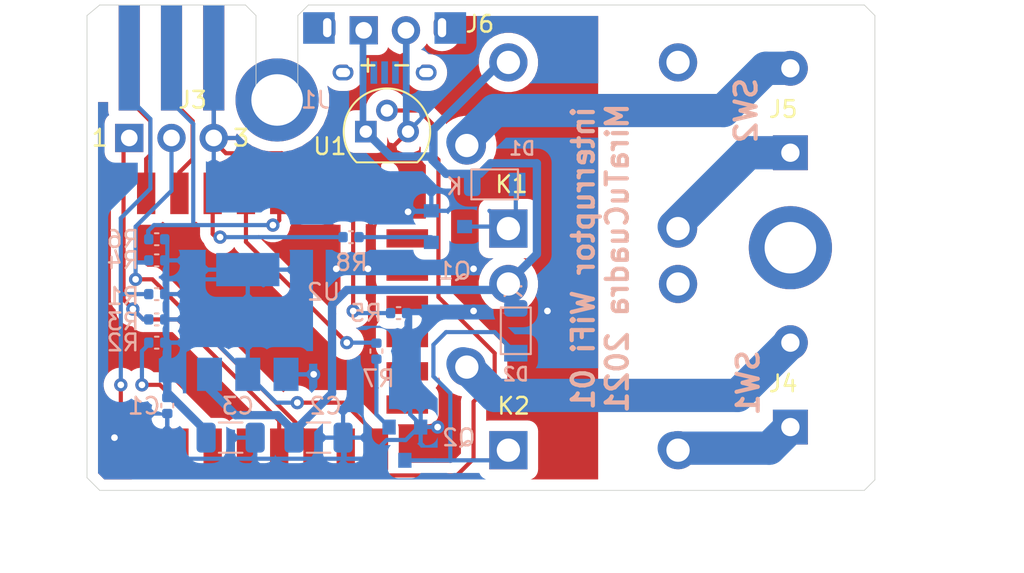
<source format=kicad_pcb>
(kicad_pcb (version 20221018) (generator pcbnew)
  (layers (0 "F.Cu" signal) (31 "B.Cu" signal) (34 "B.Paste" user) (35 "F.Paste" user) (36 "B.SilkS" user "B.Silkscreen") (37 "F.SilkS" user "F.Silkscreen") (38 "B.Mask" user) (39 "F.Mask" user) (44 "Edge.Cuts" user))
  (net 0 "")
  (net 1 "+3V3")
  (net 2 "GND")
  (net 3 "Net-(J1-Pad4)")
  (net 4 "Net-(J1-Pad3)")
  (net 5 "Net-(J1-Pad2)")
  (net 6 "+5V")
  (net 7 "Net-(J4-Pad1)")
  (net 8 "Net-(J4-Pad2)")
  (net 9 "Net-(K1-Pad4)")
  (net 10 "Net-(K2-Pad4)")
  (net 11 "Net-(Q1-Pad1)")
  (net 12 "Net-(Q2-Pad1)")
  (net 13 "Net-(R2-Pad1)")
  (net 14 "Net-(R5-Pad1)")
  (net 15 "Net-(U1-Pad2)")
  (net 16 "Net-(U3-Pad4)")
  (net 17 "Net-(U3-Pad7)")
  (net 18 "Net-(U3-Pad11)")
  (net 19 "Net-(U3-Pad17)")
  (net 20 "Net-(U3-Pad18)")
  (net 21 "Net-(U3-Pad19)")
  (net 22 "Net-(U3-Pad20)")
  (net 23 "Net-(U3-Pad21)")
  (net 24 "Net-(U3-Pad22)")
  (net 25 "/rx")
  (net 26 "/tx")
  (net 27 "/flash")
  (net 28 "/rst")
  (net 29 "Net-(D1-Pad2)")
  (net 30 "Net-(D2-Pad2)")
  (net 31 "/dry1")
  (net 32 "/dry2")
  (net 33 "Net-(J5-Pad1)")
  (net 34 "Net-(J5-Pad2)")
  (net 35 "Net-(R7-Pad2)")
  (net 36 "Net-(R8-Pad1)")
  (footprint "Library:hole3" (layer "F.Cu") (at 231.775 102.235)
    (fp_text reference "h1" hide)
    (fp_text value "hole3" hide)
    (pad "" np_thru_hole circle (at 0 0) (size 5 5) (drill 3.1) (layers "*.Cu"))
  )
  (footprint "Library:hole3" (layer "F.Cu") (at 200.914 93.345)
    (fp_text reference "h2" hide)
    (fp_text value "hole3" hide)
    (pad "" np_thru_hole circle (at 0 0) (size 5 5) (drill 3.1) (layers "*.Cu"))
  )
  (footprint "Library:edge6" (layer "F.Cu") (at 194.564 91.44)
    (fp_text reference "J2" hide)
    (fp_text value "Conn_01x06_Male" hide)
    (pad "1" smd rect (at -2.54 -0.635) (size 1.27 6.35) (layers "F.Cu" "F.Paste" "F.Mask") (net 26 "/tx"))
    (pad "2" smd rect (at 0 -0.635) (size 1.27 6.35) (layers "F.Cu" "F.Paste" "F.Mask") (net 25 "/rx"))
    (pad "3" smd rect (at 2.54 -0.635) (size 1.27 6.35) (layers "F.Cu" "F.Paste" "F.Mask") (net 2 "GND"))
    (pad "4" smd rect (at -2.54 -0.635) (size 1.27 6.35) (layers "B.Cu" "B.Paste" "B.Mask") (net 28 "/rst"))
    (pad "5" smd rect (at 0 -0.635) (size 1.27 6.35) (layers "B.Cu" "B.Paste" "B.Mask") (net 27 "/flash"))
    (pad "6" smd rect (at 2.54 -0.635) (size 1.27 6.35) (layers "B.Cu" "B.Paste" "B.Mask") (net 2 "GND"))
  )
  (footprint "Library:PinHeader_1x03_P2.54mm_Vertical" (layer "F.Cu") (at 192.024 95.631 90)
    (fp_text reference "J3" (at 2.286 3.81 180) (layer "F.SilkS"))
    (fp_text value "DRY" hide)
    (pad "1" thru_hole rect (at 0 0 90) (size 1.7 1.7) (drill 1) (layers "*.Cu" "*.Mask") (net 32 "/dry2"))
    (pad "2" thru_hole oval (at 0 2.54 90) (size 1.7 1.7) (drill 1) (layers "*.Cu" "*.Mask") (net 31 "/dry1"))
    (pad "3" thru_hole oval (at 0 5.08 90) (size 1.7 1.7) (drill 1) (layers "*.Cu" "*.Mask") (net 2 "GND"))
  )
  (footprint "Library:TerminalBlock_RND_205-00232_1x02_P5.08mm_Horizontal" (layer "F.Cu") (at 231.775 113.03 90)
    (fp_text reference "J4" (at 2.6162 -0.4318) (layer "F.SilkS"))
    (fp_text value "SW1")
    (pad "1" thru_hole rect (at 0 0 90) (size 2.1 2.1) (drill 1.1) (layers "*.Cu" "*.Mask") (net 7 "Net-(J4-Pad1)"))
    (pad "2" thru_hole circle (at 5.08 0 90) (size 2.1 2.1) (drill 1.1) (layers "*.Cu" "*.Mask") (net 8 "Net-(J4-Pad2)"))
  )
  (footprint "Library:TerminalBlock_RND_205-00232_1x02_P5.08mm_Horizontal" (layer "F.Cu") (at 231.775 96.52 90)
    (fp_text reference "J5" (at 2.6162 -0.4318) (layer "F.SilkS"))
    (fp_text value "SW2")
    (pad "1" thru_hole rect (at 0 0 90) (size 2.1 2.1) (drill 1.1) (layers "*.Cu" "*.Mask") (net 33 "Net-(J5-Pad1)"))
    (pad "2" thru_hole circle (at 5.08 0 90) (size 2.1 2.1) (drill 1.1) (layers "*.Cu" "*.Mask") (net 34 "Net-(J5-Pad2)"))
  )
  (footprint "Library:Relay_SPDT_NT78_C_S_0.6" (layer "F.Cu") (at 210.82 102.235)
    (fp_text reference "K1" (at 4.191 -3.81 180) (layer "F.SilkS"))
    (fp_text value "G5Q-1" hide)
    (pad "1" thru_hole rect (at 4 -1.15 180) (size 2.3 2.3) (drill 1.4) (layers "*.Cu" "*.Mask") (net 29 "Net-(D1-Pad2)"))
    (pad "2" thru_hole circle (at 1.5 -6.15 180) (size 2.3 2.3) (drill 1.4) (layers "*.Cu" "*.Mask") (net 34 "Net-(J5-Pad2)"))
    (pad "3" thru_hole circle (at 14.2 -1.15 180) (size 2.3 2.3) (drill 1.4) (layers "*.Cu" "*.Mask") (net 33 "Net-(J5-Pad1)"))
    (pad "4" thru_hole circle (at 14.2 -11.15 180) (size 2.3 2.3) (drill 1.4) (layers "*.Cu" "*.Mask") (net 9 "Net-(K1-Pad4)"))
    (pad "5" thru_hole circle (at 4 -11.15 180) (size 2.3 2.3) (drill 1.4) (layers "*.Cu" "*.Mask") (net 6 "+5V"))
  )
  (footprint "Library:Relay_SPDT_NT78_C_S_0.6" (layer "F.Cu") (at 210.82 115.57)
    (fp_text reference "K2" (at 4.318 -3.81 180) (layer "F.SilkS"))
    (fp_text value "G5Q-1" hide)
    (pad "1" thru_hole rect (at 4 -1.15 180) (size 2.3 2.3) (drill 1.4) (layers "*.Cu" "*.Mask") (net 30 "Net-(D2-Pad2)"))
    (pad "2" thru_hole circle (at 1.5 -6.15 180) (size 2.3 2.3) (drill 1.4) (layers "*.Cu" "*.Mask") (net 8 "Net-(J4-Pad2)"))
    (pad "3" thru_hole circle (at 14.2 -1.15 180) (size 2.3 2.3) (drill 1.4) (layers "*.Cu" "*.Mask") (net 7 "Net-(J4-Pad1)"))
    (pad "4" thru_hole circle (at 14.2 -11.15 180) (size 2.3 2.3) (drill 1.4) (layers "*.Cu" "*.Mask") (net 10 "Net-(K2-Pad4)"))
    (pad "5" thru_hole circle (at 4 -11.15 180) (size 2.3 2.3) (drill 1.4) (layers "*.Cu" "*.Mask") (net 6 "+5V"))
  )
  (footprint "Library:TO-92" (layer "F.Cu") (at 206.248 95.25)
    (fp_text reference "U1" (at -2.159 0.889) (layer "F.SilkS"))
    (fp_text value "LM35-LP" hide)
    (fp_line (start -0.53 1.85) (end 3.07 1.85) (stroke (width 0.12)) (layer "F.SilkS"))
    (fp_arc (start -0.568478 1.838478) (mid -1.132087 -0.994977) (end 1.27 -2.6) (stroke (width 0.12)) (layer "F.SilkS"))
    (fp_arc (start 1.27 -2.6) (mid 3.672087 -0.994977) (end 3.108478 1.838478) (stroke (width 0.12)) (layer "F.SilkS"))
    (pad "1" thru_hole rect (at 0 0) (size 1.3 1.3) (drill 0.75) (layers "*.Cu" "*.Mask") (net 6 "+5V"))
    (pad "2" thru_hole circle (at 1.27 -1.27) (size 1.3 1.3) (drill 0.75) (layers "*.Cu" "*.Mask") (net 15 "Net-(U1-Pad2)"))
    (pad "3" thru_hole circle (at 2.54 0) (size 1.3 1.3) (drill 0.75) (layers "*.Cu" "*.Mask") (net 2 "GND"))
  )
  (footprint "Library:ESP-12E_SMD" (layer "F.Cu") (at 193.04 113.665 90)
    (fp_text reference "U3" hide)
    (fp_text value "ESP-12F" hide)
    (pad "1" smd rect (at 0 0 90) (size 2.5 1.1) (drill (offset -0.7 0)) (layers "F.Cu" "F.Paste" "F.Mask") (net 28 "/rst"))
    (pad "2" smd rect (at 0 2 90) (size 2.5 1.1) (drill (offset -0.7 0)) (layers "F.Cu" "F.Paste" "F.Mask") (net 15 "Net-(U1-Pad2)"))
    (pad "3" smd rect (at 0 4 90) (size 2.5 1.1) (drill (offset -0.7 0)) (layers "F.Cu" "F.Paste" "F.Mask") (net 13 "Net-(R2-Pad1)"))
    (pad "4" smd rect (at 0 6 90) (size 2.5 1.1) (drill (offset -0.7 0)) (layers "F.Cu" "F.Paste" "F.Mask") (net 16 "Net-(U3-Pad4)"))
    (pad "5" smd rect (at 0 8 90) (size 2.5 1.1) (drill (offset -0.7 0)) (layers "F.Cu" "F.Paste" "F.Mask") (net 32 "/dry2"))
    (pad "6" smd rect (at 0 10 90) (size 2.5 1.1) (drill (offset -0.7 0)) (layers "F.Cu" "F.Paste" "F.Mask") (net 31 "/dry1"))
    (pad "7" smd rect (at 0 12 90) (size 2.5 1.1) (drill (offset -0.7 0)) (layers "F.Cu" "F.Paste" "F.Mask") (net 17 "Net-(U3-Pad7)"))
    (pad "8" smd rect (at 0 14 90) (size 2.5 1.1) (drill (offset -0.7 0)) (layers "F.Cu" "F.Paste" "F.Mask") (net 1 "+3V3"))
    (pad "9" smd rect (at 14 14 90) (size 2.5 1.1) (drill (offset 0.7 0)) (layers "F.Cu" "F.Paste" "F.Mask") (net 2 "GND"))
    (pad "10" smd rect (at 14 12 90) (size 2.5 1.1) (drill (offset 0.7 0)) (layers "F.Cu" "F.Paste" "F.Mask") (net 14 "Net-(R5-Pad1)"))
    (pad "11" smd rect (at 14 10 90) (size 2.5 1.1) (drill (offset 0.7 0)) (layers "F.Cu" "F.Paste" "F.Mask") (net 18 "Net-(U3-Pad11)"))
    (pad "12" smd rect (at 14 8 90) (size 2.5 1.1) (drill (offset 0.7 0)) (layers "F.Cu" "F.Paste" "F.Mask") (net 27 "/flash"))
    (pad "13" smd rect (at 14 6 90) (size 2.5 1.1) (drill (offset 0.7 0)) (layers "F.Cu" "F.Paste" "F.Mask") (net 35 "Net-(R7-Pad2)"))
    (pad "14" smd rect (at 14 4 90) (size 2.5 1.1) (drill (offset 0.7 0)) (layers "F.Cu" "F.Paste" "F.Mask") (net 36 "Net-(R8-Pad1)"))
    (pad "15" smd rect (at 14 2 90) (size 2.5 1.1) (drill (offset 0.7 0)) (layers "F.Cu" "F.Paste" "F.Mask") (net 25 "/rx"))
    (pad "16" smd rect (at 14 0 90) (size 2.5 1.1) (drill (offset 0.7 0)) (layers "F.Cu" "F.Paste" "F.Mask") (net 26 "/tx"))
    (pad "17" smd rect (at 1.99 15 180) (size 2.5 1.1) (drill (offset -0.7 0)) (layers "F.Cu" "F.Paste" "F.Mask") (net 19 "Net-(U3-Pad17)"))
    (pad "18" smd rect (at 3.99 15 180) (size 2.5 1.1) (drill (offset -0.7 0)) (layers "F.Cu" "F.Paste" "F.Mask") (net 20 "Net-(U3-Pad18)"))
    (pad "19" smd rect (at 5.99 15 180) (size 2.5 1.1) (drill (offset -0.7 0)) (layers "F.Cu" "F.Paste" "F.Mask") (net 21 "Net-(U3-Pad19)"))
    (pad "20" smd rect (at 7.99 15 180) (size 2.5 1.1) (drill (offset -0.7 0)) (layers "F.Cu" "F.Paste" "F.Mask") (net 22 "Net-(U3-Pad20)"))
    (pad "21" smd rect (at 9.99 15 180) (size 2.5 1.1) (drill (offset -0.7 0)) (layers "F.Cu" "F.Paste" "F.Mask") (net 23 "Net-(U3-Pad21)"))
    (pad "22" smd rect (at 11.99 15 180) (size 2.5 1.1) (drill (offset -0.7 0)) (layers "F.Cu" "F.Paste" "F.Mask") (net 24 "Net-(U3-Pad22)"))
  )
  (footprint "Library:PinHeader_1x02_P2.54mm_Vertical" (layer "F.Cu") (at 206.121 89.154 90)
    (fp_text reference "J6" (at 0.381 6.985 180) (layer "F.SilkS"))
    (fp_text value "pwr2" hide)
    (pad "1" thru_hole rect (at 0 0 90) (size 1.7 1.7) (drill 1) (layers "*.Cu" "*.Mask") (net 6 "+5V"))
    (pad "2" thru_hole oval (at 0 2.54 90) (size 1.7 1.7) (drill 1) (layers "*.Cu" "*.Mask") (net 2 "GND"))
  )
  (footprint "Library:C_0402_1005Metric" (layer "B.Cu") (at 194.31 111.732 90)
    (fp_text reference "C1" (at -0.028 -1.397 180) (layer "B.SilkS") (effects (justify mirror)))
    (fp_text value ".1u" hide)
    (fp_line (start -0.107836 -0.36) (end 0.107836 -0.36) (stroke (width 0.12)) (layer "B.SilkS"))
    (fp_line (start -0.107836 0.36) (end 0.107836 0.36) (stroke (width 0.12)) (layer "B.SilkS"))
    (pad "1" smd roundrect (at -0.48 0 90) (size 0.56 0.62) (layers "B.Cu" "B.Paste" "B.Mask") (net 2 "GND"))
    (pad "2" smd roundrect (at 0.48 0 90) (size 0.56 0.62) (layers "B.Cu" "B.Paste" "B.Mask") (net 1 "+3V3"))
  )
  (footprint "Library:C_1206_3216Metric" (layer "B.Cu") (at 203.405 113.665)
    (fp_text reference "C2" (at 0.43 -1.905) (layer "B.SilkS") (effects (justify mirror)))
    (fp_text value "10u" hide)
    (fp_line (start -0.711252 -0.91) (end 0.711252 -0.91) (stroke (width 0.12)) (layer "B.SilkS"))
    (fp_line (start -0.711252 0.91) (end 0.711252 0.91) (stroke (width 0.12)) (layer "B.SilkS"))
    (pad "1" smd roundrect (at -1.475 0) (size 1.15 1.8) (layers "B.Cu" "B.Paste" "B.Mask") (roundrect_rratio 0.2173904348) (net 6 "+5V"))
    (pad "2" smd roundrect (at 1.475 0) (size 1.15 1.8) (layers "B.Cu" "B.Paste" "B.Mask") (roundrect_rratio 0.2173904348) (net 2 "GND"))
  )
  (footprint "Library:C_1206_3216Metric" (layer "B.Cu") (at 198.12 113.665)
    (fp_text reference "C3" (at 0.43 -1.905) (layer "B.SilkS") (effects (justify mirror)))
    (fp_text value "10u" hide)
    (fp_line (start -0.711252 -0.91) (end 0.711252 -0.91) (stroke (width 0.12)) (layer "B.SilkS"))
    (fp_line (start -0.711252 0.91) (end 0.711252 0.91) (stroke (width 0.12)) (layer "B.SilkS"))
    (pad "1" smd roundrect (at -1.475 0) (size 1.15 1.8) (layers "B.Cu" "B.Paste" "B.Mask") (roundrect_rratio 0.2173904348) (net 1 "+3V3"))
    (pad "2" smd roundrect (at 1.475 0) (size 1.15 1.8) (layers "B.Cu" "B.Paste" "B.Mask") (roundrect_rratio 0.2173904348) (net 2 "GND"))
  )
  (footprint "Library:SM4007PL" (layer "B.Cu") (at 213.995 98.425)
    (fp_text reference "D1" (at 1.651 -2.159 -180) (layer "B.SilkS") (effects (font (size 0.800874 0.800874)) (justify mirror)))
    (fp_text value "SM4007PL" hide)
    (fp_text user "K" (at -2.413 0.127) (layer "B.SilkS") (effects (justify mirror)))
    (fp_line (start -1.4 -0.9) (end -1.4 0.9) (stroke (width 0.127)) (layer "B.SilkS"))
    (fp_line (start -1.4 0.9) (end 1.4 0.9) (stroke (width 0.127)) (layer "B.SilkS"))
    (fp_line (start 1.4 -0.9) (end -1.4 -0.9) (stroke (width 0.127)) (layer "B.SilkS"))
    (fp_line (start 1.4 0.9) (end 1.4 -0.9) (stroke (width 0.127)) (layer "B.SilkS"))
    (pad "1" smd roundrect (at -1.35 0) (size 1 1.4) (layers "B.Cu" "B.Paste" "B.Mask") (net 6 "+5V"))
    (pad "2" smd rect (at 1.35 0) (size 1 1.4) (layers "B.Cu" "B.Paste" "B.Mask") (net 29 "Net-(D1-Pad2)"))
  )
  (footprint "Library:SM4007PL" (layer "B.Cu") (at 215.265 107.235 -90)
    (fp_text reference "D2" (at 2.62 0) (layer "B.SilkS") (effects (font (size 0.800874 0.800874)) (justify mirror)))
    (fp_text value "SM4007PL" hide)
    (fp_text user "K" (at -2.413 0.127 90) (layer "B.SilkS") (effects (justify mirror)))
    (fp_line (start -1.4 -0.9) (end -1.4 0.9) (stroke (width 0.127)) (layer "B.SilkS"))
    (fp_line (start -1.4 0.9) (end 1.4 0.9) (stroke (width 0.127)) (layer "B.SilkS"))
    (fp_line (start 1.4 -0.9) (end -1.4 -0.9) (stroke (width 0.127)) (layer "B.SilkS"))
    (fp_line (start 1.4 0.9) (end 1.4 -0.9) (stroke (width 0.127)) (layer "B.SilkS"))
    (pad "1" smd roundrect (at -1.35 0 270) (size 1 1.4) (layers "B.Cu" "B.Paste" "B.Mask") (net 6 "+5V"))
    (pad "2" smd rect (at 1.35 0 270) (size 1 1.4) (layers "B.Cu" "B.Paste" "B.Mask") (net 30 "Net-(D2-Pad2)"))
  )
  (footprint "Library:micro_usb_b_dual" (layer "B.Cu") (at 207.378 91.694)
    (fp_text reference "J1" (at -4.178 1.651 unlocked) (layer "B.SilkS") (effects (justify mirror)))
    (fp_text value "USB_B_Micro" hide)
    (pad "" smd rect (at -3.95 -2.68) (size 1.9 1.9) (layers "B.Cu" "B.Paste" "B.Mask"))
    (pad "" thru_hole oval (at -3.45 -2.7) (size 1 1.55) (drill oval 0.5 1.15) (layers "*.Cu" "*.Mask"))
    (pad "" thru_hole oval (at -2.5 0) (size 1.25 0.95) (drill oval 0.85 0.55) (layers "*.Cu" "*.Mask"))
    (pad "" np_thru_hole circle (at -2 -0.53) (size 0.45 0.45) (drill 0.45) (layers "*.Cu" "*.Mask"))
    (pad "" np_thru_hole circle (at 2 -0.53) (size 0.45 0.45) (drill 0.45) (layers "*.Cu" "*.Mask"))
    (pad "" thru_hole oval (at 2.5 0) (size 1.25 0.95) (drill oval 0.85 0.55) (layers "*.Cu" "*.Mask"))
    (pad "" thru_hole oval (at 3.45 -2.7) (size 1 1.55) (drill oval 0.5 1.15) (layers "*.Cu" "*.Mask"))
    (pad "" smd rect (at 3.95 -2.68) (size 1.9 1.9) (layers "B.Cu" "B.Paste" "B.Mask"))
    (pad "1" smd rect (at -1.3 0) (size 0.4 1.35) (layers "B.Cu" "B.Paste" "B.Mask") (net 6 "+5V"))
    (pad "2" smd rect (at -0.65 0) (size 0.4 1.35) (layers "B.Cu" "B.Paste" "B.Mask") (net 5 "Net-(J1-Pad2)"))
    (pad "3" smd rect (at 0 0) (size 0.4 1.35) (layers "B.Cu" "B.Paste" "B.Mask") (net 4 "Net-(J1-Pad3)"))
    (pad "4" smd rect (at 0.65 0) (size 0.4 1.35) (layers "B.Cu" "B.Paste" "B.Mask") (net 3 "Net-(J1-Pad4)"))
    (pad "5" smd rect (at 1.3 0) (size 0.4 1.35) (layers "B.Cu" "B.Paste" "B.Mask") (net 2 "GND"))
  )
  (footprint "Library:SOT-23" (layer "B.Cu") (at 211.185 100.965)
    (fp_text reference "Q1" (at 0.397 2.667 -180) (layer "B.SilkS") (effects (justify mirror)))
    (fp_text value "BC847" hide)
    (pad "1" smd rect (at -1 0.95) (size 0.9 0.8) (layers "B.Cu" "B.Paste" "B.Mask") (net 11 "Net-(Q1-Pad1)"))
    (pad "2" smd rect (at -1 -0.95) (size 0.9 0.8) (layers "B.Cu" "B.Paste" "B.Mask") (net 2 "GND"))
    (pad "3" smd rect (at 1 0) (size 0.9 0.8) (layers "B.Cu" "B.Paste" "B.Mask") (net 29 "Net-(D1-Pad2)"))
  )
  (footprint "Library:SOT-23" (layer "B.Cu") (at 208.595 114.03 -90)
    (fp_text reference "Q2" (at -0.365 -3.241) (layer "B.SilkS") (effects (justify mirror)))
    (fp_text value "BC847" hide)
    (pad "1" smd rect (at -1 0.95 270) (size 0.9 0.8) (layers "B.Cu" "B.Paste" "B.Mask") (net 12 "Net-(Q2-Pad1)"))
    (pad "2" smd rect (at -1 -0.95 270) (size 0.9 0.8) (layers "B.Cu" "B.Paste" "B.Mask") (net 2 "GND"))
    (pad "3" smd rect (at 1 0 270) (size 0.9 0.8) (layers "B.Cu" "B.Paste" "B.Mask") (net 30 "Net-(D2-Pad2)"))
  )
  (footprint "Library:C_0402_1005Metric" (layer "B.Cu") (at 193.675 105.029)
    (fp_text reference "R1" (at -2.032 0.127) (layer "B.SilkS") (effects (justify mirror)))
    (fp_text value "10k" hide)
    (fp_line (start -0.107836 -0.36) (end 0.107836 -0.36) (stroke (width 0.12)) (layer "B.SilkS"))
    (fp_line (start -0.107836 0.36) (end 0.107836 0.36) (stroke (width 0.12)) (layer "B.SilkS"))
    (pad "1" smd roundrect (at -0.48 0) (size 0.56 0.62) (layers "B.Cu" "B.Paste" "B.Mask") (net 28 "/rst"))
    (pad "2" smd roundrect (at 0.48 0) (size 0.56 0.62) (layers "B.Cu" "B.Paste" "B.Mask") (net 1 "+3V3"))
  )
  (footprint "Library:C_0402_1005Metric" (layer "B.Cu") (at 193.675 107.95)
    (fp_text reference "R2" (at -2.032 0) (layer "B.SilkS") (effects (justify mirror)))
    (fp_text value "10k" hide)
    (fp_line (start -0.107836 -0.36) (end 0.107836 -0.36) (stroke (width 0.12)) (layer "B.SilkS"))
    (fp_line (start -0.107836 0.36) (end 0.107836 0.36) (stroke (width 0.12)) (layer "B.SilkS"))
    (pad "1" smd roundrect (at -0.48 0) (size 0.56 0.62) (layers "B.Cu" "B.Paste" "B.Mask") (net 13 "Net-(R2-Pad1)"))
    (pad "2" smd roundrect (at 0.48 0) (size 0.56 0.62) (layers "B.Cu" "B.Paste" "B.Mask") (net 1 "+3V3"))
  )
  (footprint "Library:C_0402_1005Metric" (layer "B.Cu") (at 193.675 106.553)
    (fp_text reference "R3" (at -2.032 0.127) (layer "B.SilkS") (effects (justify mirror)))
    (fp_text value "10k" hide)
    (fp_line (start -0.107836 -0.36) (end 0.107836 -0.36) (stroke (width 0.12)) (layer "B.SilkS"))
    (fp_line (start -0.107836 0.36) (end 0.107836 0.36) (stroke (width 0.12)) (layer "B.SilkS"))
    (pad "1" smd roundrect (at -0.48 0) (size 0.56 0.62) (layers "B.Cu" "B.Paste" "B.Mask") (net 32 "/dry2"))
    (pad "2" smd roundrect (at 0.48 0) (size 0.56 0.62) (layers "B.Cu" "B.Paste" "B.Mask") (net 1 "+3V3"))
  )
  (footprint "Library:C_0402_1005Metric" (layer "B.Cu") (at 193.675 102.997)
    (fp_text reference "R4" (at -2.032 0) (layer "B.SilkS") (effects (justify mirror)))
    (fp_text value "10k" hide)
    (fp_line (start -0.107836 -0.36) (end 0.107836 -0.36) (stroke (width 0.12)) (layer "B.SilkS"))
    (fp_line (start -0.107836 0.36) (end 0.107836 0.36) (stroke (width 0.12)) (layer "B.SilkS"))
    (pad "1" smd roundrect (at -0.48 0) (size 0.56 0.62) (layers "B.Cu" "B.Paste" "B.Mask") (net 31 "/dry1"))
    (pad "2" smd roundrect (at 0.48 0) (size 0.56 0.62) (layers "B.Cu" "B.Paste" "B.Mask") (net 1 "+3V3"))
  )
  (footprint "Library:C_0402_1005Metric" (layer "B.Cu") (at 208.217 106.172)
    (fp_text reference "R5" (at -1.969 0) (layer "B.SilkS") (effects (justify mirror)))
    (fp_text value "10k" hide)
    (fp_line (start -0.107836 -0.36) (end 0.107836 -0.36) (stroke (width 0.12)) (layer "B.SilkS"))
    (fp_line (start -0.107836 0.36) (end 0.107836 0.36) (stroke (width 0.12)) (layer "B.SilkS"))
    (pad "1" smd roundrect (at -0.48 0) (size 0.56 0.62) (layers "B.Cu" "B.Paste" "B.Mask") (net 14 "Net-(R5-Pad1)"))
    (pad "2" smd roundrect (at 0.48 0) (size 0.56 0.62) (layers "B.Cu" "B.Paste" "B.Mask") (net 2 "GND"))
  )
  (footprint "Library:C_0402_1005Metric" (layer "B.Cu") (at 193.675 101.727)
    (fp_text reference "R6" (at -2.032 0) (layer "B.SilkS") (effects (justify mirror)))
    (fp_text value "10k" hide)
    (fp_line (start -0.107836 -0.36) (end 0.107836 -0.36) (stroke (width 0.12)) (layer "B.SilkS"))
    (fp_line (start -0.107836 0.36) (end 0.107836 0.36) (stroke (width 0.12)) (layer "B.SilkS"))
    (pad "1" smd roundrect (at -0.48 0) (size 0.56 0.62) (layers "B.Cu" "B.Paste" "B.Mask") (net 27 "/flash"))
    (pad "2" smd roundrect (at 0.48 0) (size 0.56 0.62) (layers "B.Cu" "B.Paste" "B.Mask") (net 1 "+3V3"))
  )
  (footprint "Library:C_0402_1005Metric" (layer "B.Cu") (at 206.883 108.46 90)
    (fp_text reference "R7" (at -1.649 0.127 180) (layer "B.SilkS") (effects (justify mirror)))
    (fp_text value "1k" hide)
    (fp_line (start -0.107836 -0.36) (end 0.107836 -0.36) (stroke (width 0.12)) (layer "B.SilkS"))
    (fp_line (start -0.107836 0.36) (end 0.107836 0.36) (stroke (width 0.12)) (layer "B.SilkS"))
    (pad "1" smd roundrect (at -0.48 0 90) (size 0.56 0.62) (layers "B.Cu" "B.Paste" "B.Mask") (net 12 "Net-(Q2-Pad1)"))
    (pad "2" smd roundrect (at 0.48 0 90) (size 0.56 0.62) (layers "B.Cu" "B.Paste" "B.Mask") (net 35 "Net-(R7-Pad2)"))
  )
  (footprint "Library:C_0402_1005Metric" (layer "B.Cu") (at 205.359 101.6)
    (fp_text reference "R8" (at 0.028 1.524) (layer "B.SilkS") (effects (justify mirror)))
    (fp_text value "1k" hide)
    (fp_line (start -0.107836 -0.36) (end 0.107836 -0.36) (stroke (width 0.12)) (layer "B.SilkS"))
    (fp_line (start -0.107836 0.36) (end 0.107836 0.36) (stroke (width 0.12)) (layer "B.SilkS"))
    (pad "1" smd roundrect (at -0.48 0) (size 0.56 0.62) (layers "B.Cu" "B.Paste" "B.Mask") (net 36 "Net-(R8-Pad1)"))
    (pad "2" smd roundrect (at 0.48 0) (size 0.56 0.62) (layers "B.Cu" "B.Paste" "B.Mask") (net 11 "Net-(Q1-Pad1)"))
  )
  (footprint "Library:SOT-223-3_TabPin2" (layer "B.Cu") (at 199.15 106.705 90)
    (fp_text reference "U2" (at 1.803 4.558) (layer "B.SilkS") (effects (justify mirror)))
    (fp_text value "AP1117-33" hide)
    (pad "1" smd rect (at -3.15 2.3 90) (size 2 1.5) (layers "B.Cu" "B.Paste" "B.Mask") (net 2 "GND"))
    (pad "2" smd rect (at -3.15 0 90) (size 2 1.5) (layers "B.Cu" "B.Paste" "B.Mask") (net 1 "+3V3"))
    (pad "2" smd rect (at 3.15 0 90) (size 2 3.8) (layers "B.Cu" "B.Paste" "B.Mask") (net 1 "+3V3"))
    (pad "3" smd rect (at -3.15 -2.3 90) (size 2 1.5) (layers "B.Cu" "B.Paste" "B.Mask") (net 6 "+5V"))
  )
  (gr_line (start 202.7936 87.63) (end 202.1586 88.265) (stroke (width 0.05)) (layer "Edge.Cuts"))
  (gr_line (start 190.246 116.84) (end 189.484 116.078) (stroke (width 0.05)) (layer "Edge.Cuts"))
  (gr_line (start 236.22 87.63) (end 236.855 88.265) (stroke (width 0.05)) (layer "Edge.Cuts"))
  (gr_line (start 236.22 116.84) (end 236.855 116.205) (stroke (width 0.05)) (layer "Edge.Cuts"))
  (gr_line (start 190.246 87.63) (end 199.009 87.63) (stroke (width 0.05)) (layer "Edge.Cuts"))
  (gr_line (start 199.644 93.345) (end 202.1586 93.345) (stroke (width 0.05)) (layer "Edge.Cuts"))
  (gr_line (start 236.855 88.265) (end 236.855 116.205) (stroke (width 0.05)) (layer "Edge.Cuts"))
  (gr_line (start 189.484 88.265) (end 190.246 87.63) (stroke (width 0.05)) (layer "Edge.Cuts"))
  (gr_line (start 199.009 87.63) (end 199.644 88.265) (stroke (width 0.05)) (layer "Edge.Cuts"))
  (gr_line (start 202.7936 87.63) (end 236.22 87.63) (stroke (width 0.05)) (layer "Edge.Cuts"))
  (gr_line (start 236.22 116.84) (end 190.246 116.84) (stroke (width 0.05)) (layer "Edge.Cuts"))
  (gr_line (start 189.484 116.078) (end 189.484 88.265) (stroke (width 0.05)) (layer "Edge.Cuts"))
  (gr_line (start 202.1586 93.345) (end 202.1586 88.265) (stroke (width 0.05)) (layer "Edge.Cuts"))
  (gr_line (start 199.644 88.265) (end 199.644 93.345) (stroke (width 0.05)) (layer "Edge.Cuts"))
  (gr_text "SW2" (at 229.108 93.98 90) (layer "B.SilkS") (effects (font (size 1.27 1.27) (thickness 0.25)) (justify mirror)))
  (gr_text "interruptor WiFi 01\nMiraTuCuadra 2021" (at 220.345 102.87 90) (layer "B.SilkS") (effects (font (size 1.27 1.27) (thickness 0.254)) (justify mirror)))
  (gr_text "SW1" (at 229.235 110.363 90) (layer "B.SilkS") (effects (font (size 1.27 1.27) (thickness 0.25)) (justify mirror)))
  (gr_text "+" (at 206.375 91.186) (layer "F.SilkS") (effects (font (size 1 1))))
  (gr_text "-" (at 208.407 91.186) (layer "F.SilkS") (effects (font (size 1 1))))
  (gr_text "3" (at 198.755 95.631) (layer "F.SilkS") (effects (font (size 1 1))))
  (gr_text "1" (at 190.246 95.631) (layer "F.SilkS") (effects (font (size 1 1))))
  (segment (start 203.478 89.044) (end 203.478 89.003) (width 0.25) (layer "B.Cu") (net 0))
  (segment (start 210.516999 88.232999) (end 211.328 89.044) (width 0.25) (layer "B.Cu") (net 0))
  (segment (start 203.478 89.003) (end 204.248001 88.232999) (width 0.25) (layer "B.Cu") (net 0))
  (segment (start 207.04 113.665) (end 204.93672 111.56172) (width 0.25) (layer "F.Cu") (net 1))
  (segment (start 204.93672 111.56172) (end 202.693966 111.561719) (width 0.25) (layer "F.Cu") (net 1))
  (segment (start 202.693966 111.561719) (end 202.128281 111.561719) (width 0.25) (layer "F.Cu") (net 1))
  (via (at 202.128281 111.561719) (size 0.8) (drill 0.4) (layers "F.Cu" "B.Cu") (net 1))
  (segment (start 194.31 101.6) (end 194.31 104.14) (width 0.25) (layer "B.Cu") (net 1))
  (segment (start 197.245 107.95) (end 199.15 109.855) (width 0.25) (layer "B.Cu") (net 1))
  (segment (start 194.31 107.95) (end 197.245 107.95) (width 0.25) (layer "B.Cu") (net 1))
  (segment (start 200.09 104.495) (end 199.15 103.555) (width 0.25) (layer "B.Cu") (net 1))
  (segment (start 196.645 113.285) (end 196.645 113.665) (width 0.25) (layer "B.Cu") (net 1))
  (segment (start 194.31 111.125) (end 194.31 107.95) (width 0.5) (layer "B.Cu") (net 1))
  (segment (start 200.856719 111.561719) (end 202.128281 111.561719) (width 0.25) (layer "B.Cu") (net 1))
  (segment (start 194.31 110.95) (end 196.645 113.285) (width 0.5) (layer "B.Cu") (net 1))
  (segment (start 194.31 104.14) (end 198.565 104.14) (width 0.25) (layer "B.Cu") (net 1))
  (segment (start 199.15 109.855) (end 200.856719 111.561719) (width 0.25) (layer "B.Cu") (net 1))
  (segment (start 198.565 104.14) (end 199.15 103.555) (width 0.25) (layer "B.Cu") (net 1))
  (segment (start 194.31 104.14) (end 194.31 106.68) (width 0.25) (layer "B.Cu") (net 1))
  (segment (start 194.31 106.68) (end 194.31 108.395) (width 0.25) (layer "B.Cu") (net 1))
  (segment (start 206.375 103.505) (end 206.375 100.965) (width 0.25) (layer "F.Cu") (net 2))
  (segment (start 201.676 97.028) (end 201.199001 96.551001) (width 0.25) (layer "F.Cu") (net 2))
  (segment (start 197.104 95.820002) (end 197.104 94.0308) (width 0.25) (layer "F.Cu") (net 2))
  (segment (start 206.375 100.965) (end 207.04 100.3) (width 0.25) (layer "F.Cu") (net 2))
  (segment (start 197.104 94.0308) (end 197.104 90.805) (width 0.25) (layer "F.Cu") (net 2))
  (segment (start 212.726652 106.043348) (end 212.726652 103.50831) (width 0.25) (layer "F.Cu") (net 2))
  (segment (start 206.502 108.261002) (end 204.908002 109.855) (width 0.25) (layer "F.Cu") (net 2))
  (segment (start 207.04 98.455) (end 207.04 99.665) (width 0.25) (layer "F.Cu") (net 2))
  (segment (start 212.726652 106.043348) (end 217.168348 106.043348) (width 0.25) (layer "F.Cu") (net 2))
  (segment (start 207.451 100.076) (end 208.787998 100.076) (width 0.25) (layer "F.Cu") (net 2))
  (segment (start 208.788 95.25) (end 207.01 97.028) (width 0.25) (layer "F.Cu") (net 2))
  (segment (start 207.01 99.635) (end 207.04 99.665) (width 0.25) (layer "F.Cu") (net 2))
  (segment (start 207.04 99.665) (end 207.451 100.076) (width 0.25) (layer "F.Cu") (net 2))
  (segment (start 212.726652 103.50831) (end 212.724994 103.506652) (width 0.25) (layer "F.Cu") (net 2))
  (segment (start 197.834999 96.551001) (end 197.104 95.820002) (width 0.25) (layer "F.Cu") (net 2))
  (segment (start 206.375 103.505) (end 206.502 103.632) (width 0.25) (layer "F.Cu") (net 2))
  (segment (start 206.502 103.632) (end 206.502 108.261002) (width 0.25) (layer "F.Cu") (net 2))
  (segment (start 201.199001 96.551001) (end 197.834999 96.551001) (width 0.25) (layer "F.Cu") (net 2))
  (segment (start 207.04 100.3) (end 207.04 99.665) (width 0.25) (layer "F.Cu") (net 2))
  (segment (start 207.04 99.665) (end 207.04 98.579998) (width 0.25) (layer "F.Cu") (net 2))
  (segment (start 207.01 97.028) (end 201.676 97.028) (width 0.25) (layer "F.Cu") (net 2))
  (segment (start 208.787998 100.076) (end 208.788 100.075998) (width 0.25) (layer "F.Cu") (net 2))
  (segment (start 204.908002 109.855) (end 203.11199 109.855) (width 0.25) (layer "F.Cu") (net 2))
  (segment (start 207.01 97.028) (end 207.01 99.635) (width 0.25) (layer "F.Cu") (net 2))
  (via (at 203.11199 109.855) (size 0.8) (drill 0.4) (layers "F.Cu" "B.Cu") (net 2))
  (via (at 210.566 113.03) (size 0.8) (drill 0.4) (layers "F.Cu" "B.Cu") (net 2))
  (via (at 208.788 100.075998) (size 0.8) (drill 0.4) (layers "F.Cu" "B.Cu") (net 2))
  (via (at 206.375 103.505) (size 0.8) (drill 0.4) (layers "F.Cu" "B.Cu") (net 2))
  (via (at 212.724994 103.506652) (size 0.8) (drill 0.4) (layers "F.Cu" "B.Cu") (net 2))
  (via (at 212.726652 106.043348) (size 0.8) (drill 0.4) (layers "F.Cu" "B.Cu") (net 2))
  (via (at 217.168348 106.043348) (size 0.8) (drill 0.4) (layers "F.Cu" "B.Cu") (net 2))
  (via (at 191.135 113.66499) (size 0.8) (drill 0.4) (layers "F.Cu" "B.Cu") (net 2))
  (via (at 204.47 103.505) (size 0.8) (drill 0.4) (layers "F.Cu" "B.Cu") (net 2))
  (segment (start 208.678 91.694) (end 208.678 95.14) (width 0.4) (layer "B.Cu") (net 2))
  (segment (start 208.678 95.14) (end 208.788 95.25) (width 0.25) (layer "B.Cu") (net 2))
  (segment (start 199.595 114.73) (end 199.39 114.935) (width 0.25) (layer "B.Cu") (net 2))
  (segment (start 208.788 99.822) (end 208.788 100.075998) (width 0.25) (layer "B.Cu") (net 2))
  (segment (start 208.915 106.045) (end 210.185 106.045) (width 0.25) (layer "B.Cu") (net 2))
  (segment (start 199.595 113.665) (end 199.595 114.73) (width 0.25) (layer "B.Cu") (net 2))
  (segment (start 209.799 100.076) (end 209.042 100.076) (width 0.25) (layer "B.Cu") (net 2))
  (segment (start 209.042 106.172) (end 209.169 106.045) (width 0.25) (layer "B.Cu") (net 2))
  (segment (start 194.31 113.66498) (end 194.31001 113.66499) (width 0.25) (layer "B.Cu") (net 2))
  (segment (start 204.978 114.935) (end 206.375 114.935) (width 0.25) (layer "B.Cu") (net 2))
  (segment (start 207.504999 113.805001) (end 208.647999 113.805001) (width 0.25) (layer "B.Cu") (net 2))
  (segment (start 206.375 114.935) (end 207.504999 113.805001) (width 0.25) (layer "B.Cu") (net 2))
  (segment (start 208.678 89.171) (end 208.661 89.154) (width 0.25) (layer "B.Cu") (net 2))
  (segment (start 212.725 106.045) (end 212.725 106.041696) (width 0.25) (layer "B.Cu") (net 2))
  (segment (start 206.375 103.505) (end 204.47 103.505) (width 0.25) (layer "B.Cu") (net 2))
  (segment (start 209.169 106.045) (end 212.725 106.045) (width 0.25) (layer "B.Cu") (net 2))
  (segment (start 209.545 113.03) (end 210.566 113.03) (width 0.25) (layer "B.Cu") (net 2))
  (segment (start 212.723342 103.505) (end 212.724994 103.506652) (width 0.25) (layer "B.Cu") (net 2))
  (segment (start 194.31 112.268) (end 194.31 113.66498) (width 0.25) (layer "B.Cu") (net 2))
  (segment (start 194.31001 113.66499) (end 191.135 113.66499) (width 0.25) (layer "B.Cu") (net 2))
  (segment (start 201.45 109.855) (end 203.11199 109.855) (width 0.25) (layer "B.Cu") (net 2))
  (segment (start 212.725 106.041696) (end 212.726652 106.043348) (width 0.25) (layer "B.Cu") (net 2))
  (segment (start 197.104 90.805) (end 197.104 94.742) (width 0.25) (layer "B.Cu") (net 2))
  (segment (start 204.978 113.538) (end 204.978 114.935) (width 0.25) (layer "B.Cu") (net 2))
  (segment (start 208.915 112.268) (end 208.915 106.045) (width 0.25) (layer "B.Cu") (net 2))
  (segment (start 209.042 100.076) (end 208.788 99.822) (width 0.25) (layer "B.Cu") (net 2))
  (segment (start 208.647999 113.805001) (end 209.55 112.903) (width 0.25) (layer "B.Cu") (net 2))
  (segment (start 206.375 103.505) (end 212.723342 103.505) (width 0.25) (layer "B.Cu") (net 2))
  (segment (start 209.55 112.903) (end 208.915 112.268) (width 0.25) (layer "B.Cu") (net 2))
  (segment (start 195.58002 114.935) (end 194.31001 113.66499) (width 0.25) (layer "B.Cu") (net 2))
  (segment (start 208.678 91.694) (end 208.678 89.171) (width 0.4) (layer "B.Cu") (net 2))
  (segment (start 206.375 114.935) (end 199.39 114.935) (width 0.25) (layer "B.Cu") (net 2))
  (segment (start 199.39 114.935) (end 195.58002 114.935) (width 0.25) (layer "B.Cu") (net 2))
  (segment (start 200.96099 112.31499) (end 198.42099 112.31499) (width 0.5) (layer "B.Cu") (net 6))
  (segment (start 206.078 91.694) (end 206.078 95.08) (width 0.4) (layer "B.Cu") (net 6))
  (segment (start 216.535 102.616) (end 215.011 104.14) (width 0.5) (layer "B.Cu") (net 6))
  (segment (start 204.216 105.664) (end 204.216 110.998) (width 0.5) (layer "B.Cu") (net 6))
  (segment (start 214.79 103.98) (end 214.63 104.14) (width 0.25) (layer "B.Cu") (net 6))
  (segment (start 215.265 105.885) (end 215.265 104.775) (width 0.25) (layer "B.Cu") (net 6))
  (segment (start 212.645 98.425) (end 212.645 97.87) (width 0.25) (layer "B.Cu") (net 6))
  (segment (start 215.265 104.775) (end 214.63 104.14) (width 0.25) (layer "B.Cu") (net 6))
  (segment (start 213.995 104.775) (end 205.105 104.775) (width 0.5) (layer "B.Cu") (net 6))
  (segment (start 201.676 113.03) (end 200.96099 112.31499) (width 0.5) (layer "B.Cu") (net 6))
  (segment (start 202.184 113.03) (end 201.676 113.03) (width 0.5) (layer "B.Cu") (net 6))
  (segment (start 206.078 95.08) (end 206.248 95.25) (width 0.25) (layer "B.Cu") (net 6))
  (segment (start 204.216 110.998) (end 202.184 113.03) (width 0.5) (layer "B.Cu") (net 6))
  (segment (start 213.741 97.155) (end 216.535 97.155) (width 0.5) (layer "B.Cu") (net 6))
  (segment (start 216.535 97.155) (end 216.535 102.616) (width 0.5) (layer "B.Cu") (net 6))
  (segment (start 212.645 97.87) (end 212.725 97.79) (width 0.25) (layer "B.Cu") (net 6))
  (segment (start 213.106 97.79) (end 213.741 97.155) (width 0.5) (layer "B.Cu") (net 6))
  (segment (start 214.63 104.14) (end 214.63 104.775) (width 0.25) (layer "B.Cu") (net 6))
  (segment (start 207.7466 96.7486) (end 210.312 96.7486) (width 0.5) (layer "B.Cu") (net 6))
  (segment (start 211.074 97.79) (end 212.725 97.79) (width 0.5) (layer "B.Cu") (net 6))
  (segment (start 206.078 89.197) (end 206.121 89.154) (width 0.25) (layer "B.Cu") (net 6))
  (segment (start 212.725 97.79) (end 213.106 97.79) (width 0.5) (layer "B.Cu") (net 6))
  (segment (start 214.63 90.805) (end 210.312 95.123) (width 0.5) (layer "B.Cu") (net 6))
  (segment (start 206.078 91.694) (end 206.078 89.197) (width 0.4) (layer "B.Cu") (net 6))
  (segment (start 210.312 96.901) (end 210.2485 96.9645) (width 0.5) (layer "B.Cu") (net 6))
  (segment (start 214.63 104.14) (end 213.995 104.775) (width 0.25) (layer "B.Cu") (net 6))
  (segment (start 198.42099 112.31499) (end 196.85 110.744) (width 0.5) (layer "B.Cu") (net 6))
  (segment (start 210.2485 96.9645) (end 211.074 97.79) (width 0.5) (layer "B.Cu") (net 6))
  (segment (start 206.248 95.25) (end 207.7466 96.7486) (width 0.5) (layer "B.Cu") (net 6))
  (segment (start 215.011 104.14) (end 214.63 104.14) (width 0.5) (layer "B.Cu") (net 6))
  (segment (start 196.85 110.744) (end 196.85 109.855) (width 0.5) (layer "B.Cu") (net 6))
  (segment (start 210.312 95.123) (end 210.312 96.7486) (width 0.5) (layer "B.Cu") (net 6))
  (segment (start 210.312 96.7486) (end 210.312 96.901) (width 0.5) (layer "B.Cu") (net 6))
  (segment (start 205.105 104.775) (end 204.216 105.664) (width 0.5) (layer "B.Cu") (net 6))
  (segment (start 224.79 114.3) (end 230.505 114.3) (width 2) (layer "B.Cu") (net 7))
  (segment (start 230.505 114.3) (end 231.775 113.03) (width 2) (layer "B.Cu") (net 7))
  (segment (start 228.6 111.125) (end 231.775 107.95) (width 2) (layer "B.Cu") (net 8))
  (segment (start 213.995 111.125) (end 228.6 111.125) (width 2) (layer "B.Cu") (net 8))
  (segment (start 212.09 109.22) (end 213.995 111.125) (width 2) (layer "B.Cu") (net 8))
  (segment (start 205.867 101.473) (end 205.994 101.6) (width 0.25) (layer "B.Cu") (net 11))
  (segment (start 205.994 101.6) (end 210.185 101.6) (width 0.25) (layer "B.Cu") (net 11))
  (segment (start 206.883 109.093) (end 206.883 112.268) (width 0.25) (layer "B.Cu") (net 12))
  (segment (start 206.883 112.268) (end 207.518 112.903) (width 0.25) (layer "B.Cu") (net 12))
  (segment (start 206.756 108.966) (end 206.883 109.093) (width 0.25) (layer "B.Cu") (net 12))
  (segment (start 197.04 113.665) (end 193.865004 110.490004) (width 0.25) (layer "F.Cu") (net 13))
  (segment (start 193.865004 110.490004) (end 192.786 110.490004) (width 0.25) (layer "F.Cu") (net 13))
  (via (at 192.786 110.490004) (size 0.8) (drill 0.4) (layers "F.Cu" "B.Cu") (net 13))
  (segment (start 192.786 110.490004) (end 192.786 108.458) (width 0.25) (layer "B.Cu") (net 13))
  (segment (start 192.786 108.458) (end 193.294 107.95) (width 0.25) (layer "B.Cu") (net 13))
  (segment (start 205.486 100.111) (end 205.486 106.045) (width 0.25) (layer "F.Cu") (net 14))
  (segment (start 205.04 99.665) (end 205.486 100.111) (width 0.25) (layer "F.Cu") (net 14))
  (via (at 205.486 106.045) (size 0.8) (drill 0.4) (layers "F.Cu" "B.Cu") (net 14))
  (segment (start 205.613 106.172) (end 205.486 106.045) (width 0.25) (layer "B.Cu") (net 14))
  (segment (start 207.518 106.172) (end 205.613 106.172) (width 0.25) (layer "B.Cu") (net 14))
  (segment (start 212.725 114.935) (end 212.725 111.506) (width 0.25) (layer "F.Cu") (net 15))
  (segment (start 213.995 108.585) (end 210.614999 105.204999) (width 0.25) (layer "F.Cu") (net 15))
  (segment (start 211.190001 115.940001) (end 211.719999 115.940001) (width 0.25) (layer "F.Cu") (net 15))
  (segment (start 211.455 115.940001) (end 211.190001 115.940001) (width 0.25) (layer "F.Cu") (net 15))
  (segment (start 210.614999 105.204999) (end 210.614999 96.949999) (width 0.25) (layer "F.Cu") (net 15))
  (segment (start 210.312 96.647) (end 210.312 94.8436) (width 0.25) (layer "F.Cu") (net 15))
  (segment (start 210.312 94.8436) (end 209.4484 93.98) (width 0.25) (layer "F.Cu") (net 15))
  (segment (start 212.725 111.506) (end 213.995 110.236) (width 0.25) (layer "F.Cu") (net 15))
  (segment (start 213.995 110.236) (end 213.995 108.585) (width 0.25) (layer "F.Cu") (net 15))
  (segment (start 211.719999 115.940001) (end 212.725 114.935) (width 0.25) (layer "F.Cu") (net 15))
  (segment (start 209.4484 93.98) (end 207.518 93.98) (width 0.25) (layer "F.Cu") (net 15))
  (segment (start 195.04 114.750002) (end 195.04 113.665) (width 0.25) (layer "F.Cu") (net 15))
  (segment (start 196.229999 115.940001) (end 195.04 114.750002) (width 0.25) (layer "F.Cu") (net 15))
  (segment (start 210.614999 96.949999) (end 210.312 96.647) (width 0.25) (layer "F.Cu") (net 15))
  (segment (start 211.190001 115.940001) (end 196.229999 115.940001) (width 0.25) (layer "F.Cu") (net 15))
  (segment (start 195.04 99.665) (end 195.04 98.579998) (width 0.25) (layer "F.Cu") (net 25))
  (segment (start 195.04 99.665) (end 195.04 97.695) (width 0.25) (layer "F.Cu") (net 25))
  (segment (start 194.564 93.345) (end 194.564 90.805) (width 0.25) (layer "F.Cu") (net 25))
  (segment (start 195.04 91.281) (end 194.564 90.805) (width 0.25) (layer "F.Cu") (net 25))
  (segment (start 195.834 94.615) (end 194.564 93.345) (width 0.25) (layer "F.Cu") (net 25))
  (segment (start 195.834 96.901) (end 195.834 94.615) (width 0.25) (layer "F.Cu") (net 25))
  (segment (start 195.04 97.695) (end 195.834 96.901) (width 0.25) (layer "F.Cu") (net 25))
  (segment (start 193.294 96.647) (end 193.04 96.901) (width 0.25) (layer "F.Cu") (net 26))
  (segment (start 193.04 96.901) (end 193.04 99.665) (width 0.25) (layer "F.Cu") (net 26))
  (segment (start 192.024 93.345) (end 193.294 94.615) (width 0.25) (layer "F.Cu") (net 26))
  (segment (start 193.04 99.665) (end 193.199001 99.505999) (width 0.25) (layer "F.Cu") (net 26))
  (segment (start 192.024 90.805) (end 192.024 93.345) (width 0.25) (layer "F.Cu") (net 26))
  (segment (start 192.405 91.186) (end 192.024 90.805) (width 0.25) (layer "F.Cu") (net 26))
  (segment (start 193.294 94.615) (end 193.294 96.647) (width 0.25) (layer "F.Cu") (net 26))
  (segment (start 200.75 100.875) (end 200.66 100.875) (width 0.25) (layer "F.Cu") (net 27))
  (segment (start 201.04 100.585) (end 200.75 100.875) (width 0.25) (layer "F.Cu") (net 27))
  (segment (start 201.04 99.665) (end 201.04 100.585) (width 0.25) (layer "F.Cu") (net 27))
  (via (at 200.66 100.875) (size 0.8) (drill 0.4) (layers "F.Cu" "B.Cu") (net 27))
  (segment (start 193.167 101.219) (end 193.167 101.346) (width 0.25) (layer "B.Cu") (net 27))
  (segment (start 200.66 100.875) (end 195.871 100.875) (width 0.25) (layer "B.Cu") (net 27))
  (segment (start 194.564 90.805) (end 194.977001 91.218001) (width 0.25) (layer "B.Cu") (net 27))
  (segment (start 194.564 93.472) (end 194.564 90.805) (width 0.25) (layer "B.Cu") (net 27))
  (segment (start 195.871 94.779) (end 194.564 93.472) (width 0.25) (layer "B.Cu") (net 27))
  (segment (start 195.871 100.875) (end 193.511 100.875) (width 0.25) (layer "B.Cu") (net 27))
  (segment (start 193.167 101.219) (end 193.167 101.598) (width 0.25) (layer "B.Cu") (net 27))
  (segment (start 193.167 101.598) (end 193.165 101.6) (width 0.25) (layer "B.Cu") (net 27))
  (segment (start 193.511 100.875) (end 193.167 101.219) (width 0.25) (layer "B.Cu") (net 27))
  (segment (start 195.871 100.875) (end 195.871 94.779) (width 0.25) (layer "B.Cu") (net 27))
  (segment (start 191.516004 112.141004) (end 191.516004 110.49) (width 0.25) (layer "F.Cu") (net 28))
  (segment (start 193.04 113.665) (end 191.516004 112.141004) (width 0.25) (layer "F.Cu") (net 28))
  (via (at 191.516004 110.49) (size 0.8) (drill 0.4) (layers "F.Cu" "B.Cu") (net 28))
  (segment (start 192.024 90.805) (end 192.024 93.472) (width 0.25) (layer "B.Cu") (net 28))
  (segment (start 192.278 93.726) (end 192.532 93.726) (width 0.25) (layer "B.Cu") (net 28))
  (segment (start 192.024 93.472) (end 192.278 93.726) (width 0.25) (layer "B.Cu") (net 28))
  (segment (start 193.294 98.679) (end 191.516 100.457) (width 0.25) (layer "B.Cu") (net 28))
  (segment (start 191.516 110.489996) (end 191.516004 110.49) (width 0.25) (layer "B.Cu") (net 28))
  (segment (start 191.516 105.029) (end 193.294 105.029) (width 0.25) (layer "B.Cu") (net 28))
  (segment (start 191.516 100.457) (end 191.516 110.489996) (width 0.25) (layer "B.Cu") (net 28))
  (segment (start 192.532 93.726) (end 193.294 94.488) (width 0.25) (layer "B.Cu") (net 28))
  (segment (start 193.294 94.488) (end 193.294 98.679) (width 0.25) (layer "B.Cu") (net 28))
  (segment (start 192.405 91.313) (end 192.024 90.932) (width 0.25) (layer "B.Cu") (net 28))
  (segment (start 215.265 100.33) (end 214.63 100.965) (width 0.25) (layer "B.Cu") (net 29))
  (segment (start 212.185 100.965) (end 213.68 100.965) (width 0.25) (layer "B.Cu") (net 29))
  (segment (start 213.68 100.015) (end 214.63 100.965) (width 0.25) (layer "B.Cu") (net 29))
  (segment (start 215.265 98.425) (end 215.265 100.33) (width 0.25) (layer "B.Cu") (net 29))
  (segment (start 213.995 107.315) (end 211.074 107.315) (width 0.25) (layer "B.Cu") (net 30))
  (segment (start 210.312 109.982) (end 211.328 110.998) (width 0.25) (layer "B.Cu") (net 30))
  (segment (start 213.9 115.03) (end 214.63 114.3) (width 0.25) (layer "B.Cu") (net 30))
  (segment (start 210.407 115.03) (end 213.9 115.03) (width 0.25) (layer "B.Cu") (net 30))
  (segment (start 208.629 115.03) (end 210.407 115.03) (width 0.25) (layer "B.Cu") (net 30))
  (segment (start 215.138 113.792) (end 214.63 114.3) (width 0.25) (layer "B.Cu") (net 30))
  (segment (start 211.328 110.998) (end 211.328 115.062) (width 0.25) (layer "B.Cu") (net 30))
  (segment (start 211.074 107.315) (end 210.312 108.077) (width 0.25) (layer "B.Cu") (net 30))
  (segment (start 210.312 108.077) (end 210.312 109.982) (width 0.25) (layer "B.Cu") (net 30))
  (segment (start 208.534 114.935) (end 208.629 115.03) (width 0.25) (layer "B.Cu") (net 30))
  (segment (start 215.265 108.585) (end 213.995 107.315) (width 0.25) (layer "B.Cu") (net 30))
  (segment (start 192.405 104.14) (end 193.415711 104.14) (width 0.25) (layer "F.Cu") (net 31))
  (segment (start 193.415711 104.14) (end 202.940711 113.665) (width 0.25) (layer "F.Cu") (net 31))
  (segment (start 202.940711 113.665) (end 203.04 113.665) (width 0.25) (layer "F.Cu") (net 31))
  (via (at 192.405 104.14) (size 0.8) (drill 0.4) (layers "F.Cu" "B.Cu") (net 31))
  (segment (start 194.564 98.806) (end 194.564 95.631) (width 0.25) (layer "B.Cu") (net 31))
  (segment (start 193.29 103.124) (end 192.405 103.124) (width 0.25) (layer "B.Cu") (net 31))
  (segment (start 193.294 103.124) (end 192.532 103.124) (width 0.25) (layer "B.Cu") (net 31))
  (segment (start 192.405 103.124) (end 192.405 100.96641) (width 0.25) (layer "B.Cu") (net 31))
  (segment (start 194.31 99.06141) (end 194.564 98.806) (width 0.25) (layer "B.Cu") (net 31))
  (segment (start 192.405 104.14) (end 192.405 103.124) (width 0.25) (layer "B.Cu") (net 31))
  (segment (start 192.405 100.96641) (end 194.31 99.06141) (width 0.25) (layer "B.Cu") (net 31))
  (segment (start 201.04 113.665) (end 201.04 112.648) (width 0.25) (layer "F.Cu") (net 32))
  (segment (start 194.945 106.553) (end 192.867361 106.553) (width 0.25) (layer "F.Cu") (net 32))
  (segment (start 192.867361 106.553) (end 192.241 105.926639) (width 0.25) (layer "F.Cu") (net 32))
  (segment (start 192.024 95.631) (end 191.679999 95.975001) (width 0.25) (layer "F.Cu") (net 32))
  (segment (start 191.679999 95.975001) (end 191.679999 105.365638) (width 0.25) (layer "F.Cu") (net 32))
  (segment (start 191.679999 105.365638) (end 192.241 105.926639) (width 0.25) (layer "F.Cu") (net 32))
  (segment (start 201.04 112.648) (end 194.945 106.553) (width 0.25) (layer "F.Cu") (net 32))
  (via (at 192.241 105.926639) (size 0.8) (drill 0.4) (layers "F.Cu" "B.Cu") (net 32))
  (segment (start 192.867361 106.553) (end 192.241 105.926639) (width 0.25) (layer "B.Cu") (net 32))
  (segment (start 193.165 106.553) (end 193.165 106.551) (width 0.25) (layer "B.Cu") (net 32))
  (segment (start 193.165 106.553) (end 192.867361 106.553) (width 0.25) (layer "B.Cu") (net 32))
  (segment (start 224.79 100.965) (end 229.235 96.52) (width 2) (layer "B.Cu") (net 33))
  (segment (start 229.235 96.52) (end 231.775 96.52) (width 2) (layer "B.Cu") (net 33))
  (segment (start 212.09 95.885) (end 213.36 94.615) (width 2) (layer "B.Cu") (net 34))
  (segment (start 227.750076 93.98) (end 213.995 93.98) (width 2) (layer "B.Cu") (net 34))
  (segment (start 231.775 91.44) (end 230.290076 91.44) (width 2) (layer "B.Cu") (net 34))
  (segment (start 230.290076 91.44) (end 227.750076 93.98) (width 2) (layer "B.Cu") (net 34))
  (segment (start 213.995 93.98) (end 212.09 95.885) (width 2) (layer "B.Cu") (net 34))
  (segment (start 199.04 101.885008) (end 204.704993 107.550001) (width 0.25) (layer "F.Cu") (net 35))
  (segment (start 199.04 99.665) (end 199.04 101.885008) (width 0.25) (layer "F.Cu") (net 35))
  (segment (start 204.704993 107.550001) (end 205.104992 107.95) (width 0.25) (layer "F.Cu") (net 35))
  (via (at 205.104992 107.95) (size 0.8) (drill 0.4) (layers "F.Cu" "B.Cu") (net 35))
  (segment (start 205.104992 107.95) (end 206.836 107.95) (width 0.25) (layer "B.Cu") (net 35))
  (segment (start 197.23 101.6) (end 197.485 101.6) (width 0.25) (layer "F.Cu") (net 36))
  (segment (start 197.04 101.41) (end 197.23 101.6) (width 0.25) (layer "F.Cu") (net 36))
  (segment (start 197.04 99.665) (end 197.04 101.41) (width 0.25) (layer "F.Cu") (net 36))
  (via (at 197.485 101.6) (size 0.8) (drill 0.4) (layers "F.Cu" "B.Cu") (net 36))
  (segment (start 197.485 101.6) (end 204.851 101.6) (width 0.25) (layer "B.Cu") (net 36))
  (zone (net 2) (net_name "GND") (layer "F.Cu") (connect_pads (clearance 0.508)) (min_thickness 0.254) (fill yes (thermal_gap 0.508) (thermal_bridge_width 0.508))
    (polygon (pts (xy 202.565 93.345) (xy 202.565 88.265) (xy 203.2 87.63) (xy 220.345 87.63) (xy 220.345 116.84) (xy 190.5 116.84) (xy 189.865 116.205) (xy 189.865 93.345)))
  )
  (zone (net 2) (net_name "GND") (layer "B.Cu") (connect_pads (clearance 0.508)) (min_thickness 0.254) (fill yes (thermal_gap 0.508) (thermal_bridge_width 0.508))
    (polygon (pts (xy 202.565 93.345) (xy 202.565 88.265) (xy 203.2 87.63) (xy 220.345 87.63) (xy 220.345 116.84) (xy 190.5 116.84) (xy 189.865 116.205) (xy 189.865 93.345)))
  )
  (zone (net 1) (net_name "+3V3") (layer "B.Cu") (priority 2) (connect_pads (clearance 0.508)) (min_thickness 0.254) (fill yes (thermal_gap 0.508) (thermal_bridge_width 0.508))
    (polygon (pts (xy 203.2 108.585) (xy 200.025 108.585) (xy 200.025 111.125) (xy 198.12 111.125) (xy 197.8025 108.585) (xy 195.58 108.585) (xy 195.58 111.125) (xy 193.675 111.125) (xy 193.675 108.585) (xy 193.675 102.235) (xy 203.2 102.235)))
  )
)
</source>
